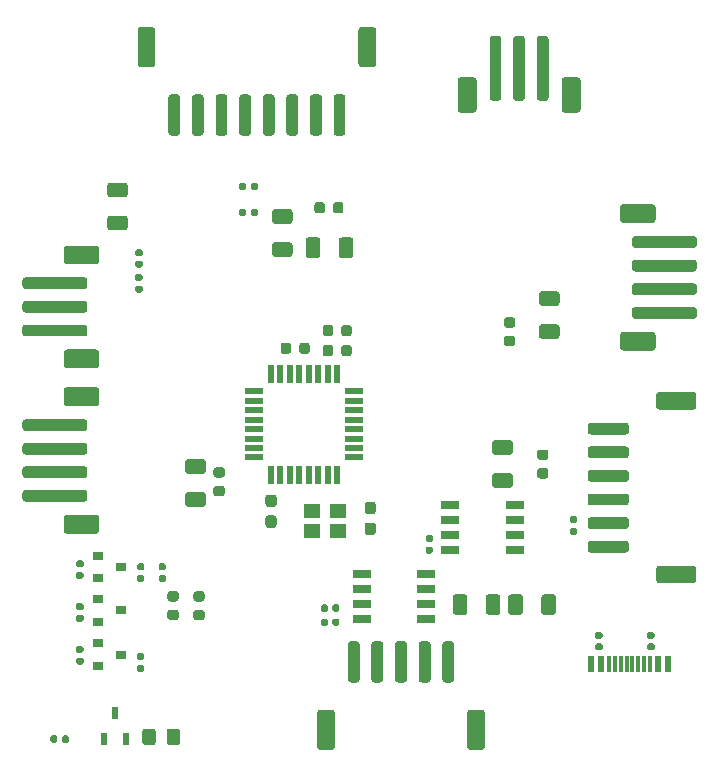
<source format=gbr>
G04 #@! TF.GenerationSoftware,KiCad,Pcbnew,(5.1.6)-1*
G04 #@! TF.CreationDate,2021-01-14T09:04:40+01:00*
G04 #@! TF.ProjectId,surface_mount_v4,73757266-6163-4655-9f6d-6f756e745f76,rev?*
G04 #@! TF.SameCoordinates,Original*
G04 #@! TF.FileFunction,Paste,Top*
G04 #@! TF.FilePolarity,Positive*
%FSLAX46Y46*%
G04 Gerber Fmt 4.6, Leading zero omitted, Abs format (unit mm)*
G04 Created by KiCad (PCBNEW (5.1.6)-1) date 2021-01-14 09:04:40*
%MOMM*%
%LPD*%
G01*
G04 APERTURE LIST*
%ADD10R,1.400000X1.200000*%
%ADD11R,0.600000X1.050000*%
%ADD12R,1.525000X0.700000*%
%ADD13R,0.600000X1.450000*%
%ADD14R,0.300000X1.450000*%
%ADD15R,0.900000X0.800000*%
%ADD16R,0.550000X1.600000*%
%ADD17R,1.600000X0.550000*%
G04 APERTURE END LIST*
D10*
X135550000Y-137760000D03*
X137750000Y-137760000D03*
X137750000Y-139460000D03*
X135550000Y-139460000D03*
D11*
X118850000Y-154910000D03*
X119800000Y-157110000D03*
X117900000Y-157110000D03*
D12*
X145162000Y-143105000D03*
X145162000Y-144375000D03*
X145162000Y-145645000D03*
X145162000Y-146915000D03*
X139738000Y-146915000D03*
X139738000Y-145645000D03*
X139738000Y-144375000D03*
X139738000Y-143105000D03*
X152662000Y-137295000D03*
X152662000Y-138565000D03*
X152662000Y-139835000D03*
X152662000Y-141105000D03*
X147238000Y-141105000D03*
X147238000Y-139835000D03*
X147238000Y-138565000D03*
X147238000Y-137295000D03*
G36*
G01*
X136600000Y-111853750D02*
X136600000Y-112366250D01*
G75*
G02*
X136381250Y-112585000I-218750J0D01*
G01*
X135943750Y-112585000D01*
G75*
G02*
X135725000Y-112366250I0J218750D01*
G01*
X135725000Y-111853750D01*
G75*
G02*
X135943750Y-111635000I218750J0D01*
G01*
X136381250Y-111635000D01*
G75*
G02*
X136600000Y-111853750I0J-218750D01*
G01*
G37*
G36*
G01*
X138175000Y-111853750D02*
X138175000Y-112366250D01*
G75*
G02*
X137956250Y-112585000I-218750J0D01*
G01*
X137518750Y-112585000D01*
G75*
G02*
X137300000Y-112366250I0J218750D01*
G01*
X137300000Y-111853750D01*
G75*
G02*
X137518750Y-111635000I218750J0D01*
G01*
X137956250Y-111635000D01*
G75*
G02*
X138175000Y-111853750I0J-218750D01*
G01*
G37*
G36*
G01*
X151993750Y-122960000D02*
X152506250Y-122960000D01*
G75*
G02*
X152725000Y-123178750I0J-218750D01*
G01*
X152725000Y-123616250D01*
G75*
G02*
X152506250Y-123835000I-218750J0D01*
G01*
X151993750Y-123835000D01*
G75*
G02*
X151775000Y-123616250I0J218750D01*
G01*
X151775000Y-123178750D01*
G75*
G02*
X151993750Y-122960000I218750J0D01*
G01*
G37*
G36*
G01*
X151993750Y-121385000D02*
X152506250Y-121385000D01*
G75*
G02*
X152725000Y-121603750I0J-218750D01*
G01*
X152725000Y-122041250D01*
G75*
G02*
X152506250Y-122260000I-218750J0D01*
G01*
X151993750Y-122260000D01*
G75*
G02*
X151775000Y-122041250I0J218750D01*
G01*
X151775000Y-121603750D01*
G75*
G02*
X151993750Y-121385000I218750J0D01*
G01*
G37*
G36*
G01*
X127906250Y-134960000D02*
X127393750Y-134960000D01*
G75*
G02*
X127175000Y-134741250I0J218750D01*
G01*
X127175000Y-134303750D01*
G75*
G02*
X127393750Y-134085000I218750J0D01*
G01*
X127906250Y-134085000D01*
G75*
G02*
X128125000Y-134303750I0J-218750D01*
G01*
X128125000Y-134741250D01*
G75*
G02*
X127906250Y-134960000I-218750J0D01*
G01*
G37*
G36*
G01*
X127906250Y-136535000D02*
X127393750Y-136535000D01*
G75*
G02*
X127175000Y-136316250I0J218750D01*
G01*
X127175000Y-135878750D01*
G75*
G02*
X127393750Y-135660000I218750J0D01*
G01*
X127906250Y-135660000D01*
G75*
G02*
X128125000Y-135878750I0J-218750D01*
G01*
X128125000Y-136316250D01*
G75*
G02*
X127906250Y-136535000I-218750J0D01*
G01*
G37*
G36*
G01*
X138000000Y-124466250D02*
X138000000Y-123953750D01*
G75*
G02*
X138218750Y-123735000I218750J0D01*
G01*
X138656250Y-123735000D01*
G75*
G02*
X138875000Y-123953750I0J-218750D01*
G01*
X138875000Y-124466250D01*
G75*
G02*
X138656250Y-124685000I-218750J0D01*
G01*
X138218750Y-124685000D01*
G75*
G02*
X138000000Y-124466250I0J218750D01*
G01*
G37*
G36*
G01*
X136425000Y-124466250D02*
X136425000Y-123953750D01*
G75*
G02*
X136643750Y-123735000I218750J0D01*
G01*
X137081250Y-123735000D01*
G75*
G02*
X137300000Y-123953750I0J-218750D01*
G01*
X137300000Y-124466250D01*
G75*
G02*
X137081250Y-124685000I-218750J0D01*
G01*
X136643750Y-124685000D01*
G75*
G02*
X136425000Y-124466250I0J218750D01*
G01*
G37*
G36*
G01*
X155306250Y-133460000D02*
X154793750Y-133460000D01*
G75*
G02*
X154575000Y-133241250I0J218750D01*
G01*
X154575000Y-132803750D01*
G75*
G02*
X154793750Y-132585000I218750J0D01*
G01*
X155306250Y-132585000D01*
G75*
G02*
X155525000Y-132803750I0J-218750D01*
G01*
X155525000Y-133241250D01*
G75*
G02*
X155306250Y-133460000I-218750J0D01*
G01*
G37*
G36*
G01*
X155306250Y-135035000D02*
X154793750Y-135035000D01*
G75*
G02*
X154575000Y-134816250I0J218750D01*
G01*
X154575000Y-134378750D01*
G75*
G02*
X154793750Y-134160000I218750J0D01*
G01*
X155306250Y-134160000D01*
G75*
G02*
X155525000Y-134378750I0J-218750D01*
G01*
X155525000Y-134816250D01*
G75*
G02*
X155306250Y-135035000I-218750J0D01*
G01*
G37*
G36*
G01*
X138000000Y-122766250D02*
X138000000Y-122253750D01*
G75*
G02*
X138218750Y-122035000I218750J0D01*
G01*
X138656250Y-122035000D01*
G75*
G02*
X138875000Y-122253750I0J-218750D01*
G01*
X138875000Y-122766250D01*
G75*
G02*
X138656250Y-122985000I-218750J0D01*
G01*
X138218750Y-122985000D01*
G75*
G02*
X138000000Y-122766250I0J218750D01*
G01*
G37*
G36*
G01*
X136425000Y-122766250D02*
X136425000Y-122253750D01*
G75*
G02*
X136643750Y-122035000I218750J0D01*
G01*
X137081250Y-122035000D01*
G75*
G02*
X137300000Y-122253750I0J-218750D01*
G01*
X137300000Y-122766250D01*
G75*
G02*
X137081250Y-122985000I-218750J0D01*
G01*
X136643750Y-122985000D01*
G75*
G02*
X136425000Y-122766250I0J218750D01*
G01*
G37*
G36*
G01*
X124006250Y-145450000D02*
X123493750Y-145450000D01*
G75*
G02*
X123275000Y-145231250I0J218750D01*
G01*
X123275000Y-144793750D01*
G75*
G02*
X123493750Y-144575000I218750J0D01*
G01*
X124006250Y-144575000D01*
G75*
G02*
X124225000Y-144793750I0J-218750D01*
G01*
X124225000Y-145231250D01*
G75*
G02*
X124006250Y-145450000I-218750J0D01*
G01*
G37*
G36*
G01*
X124006250Y-147025000D02*
X123493750Y-147025000D01*
G75*
G02*
X123275000Y-146806250I0J218750D01*
G01*
X123275000Y-146368750D01*
G75*
G02*
X123493750Y-146150000I218750J0D01*
G01*
X124006250Y-146150000D01*
G75*
G02*
X124225000Y-146368750I0J-218750D01*
G01*
X124225000Y-146806250D01*
G75*
G02*
X124006250Y-147025000I-218750J0D01*
G01*
G37*
G36*
G01*
X125693750Y-146160000D02*
X126206250Y-146160000D01*
G75*
G02*
X126425000Y-146378750I0J-218750D01*
G01*
X126425000Y-146816250D01*
G75*
G02*
X126206250Y-147035000I-218750J0D01*
G01*
X125693750Y-147035000D01*
G75*
G02*
X125475000Y-146816250I0J218750D01*
G01*
X125475000Y-146378750D01*
G75*
G02*
X125693750Y-146160000I218750J0D01*
G01*
G37*
G36*
G01*
X125693750Y-144585000D02*
X126206250Y-144585000D01*
G75*
G02*
X126425000Y-144803750I0J-218750D01*
G01*
X126425000Y-145241250D01*
G75*
G02*
X126206250Y-145460000I-218750J0D01*
G01*
X125693750Y-145460000D01*
G75*
G02*
X125475000Y-145241250I0J218750D01*
G01*
X125475000Y-144803750D01*
G75*
G02*
X125693750Y-144585000I218750J0D01*
G01*
G37*
G36*
G01*
X133741660Y-123753750D02*
X133741660Y-124266250D01*
G75*
G02*
X133522910Y-124485000I-218750J0D01*
G01*
X133085410Y-124485000D01*
G75*
G02*
X132866660Y-124266250I0J218750D01*
G01*
X132866660Y-123753750D01*
G75*
G02*
X133085410Y-123535000I218750J0D01*
G01*
X133522910Y-123535000D01*
G75*
G02*
X133741660Y-123753750I0J-218750D01*
G01*
G37*
G36*
G01*
X135316660Y-123753750D02*
X135316660Y-124266250D01*
G75*
G02*
X135097910Y-124485000I-218750J0D01*
G01*
X134660410Y-124485000D01*
G75*
G02*
X134441660Y-124266250I0J218750D01*
G01*
X134441660Y-123753750D01*
G75*
G02*
X134660410Y-123535000I218750J0D01*
G01*
X135097910Y-123535000D01*
G75*
G02*
X135316660Y-123753750I0J-218750D01*
G01*
G37*
G36*
G01*
X122300000Y-156459999D02*
X122300000Y-157360001D01*
G75*
G02*
X122050001Y-157610000I-249999J0D01*
G01*
X121399999Y-157610000D01*
G75*
G02*
X121150000Y-157360001I0J249999D01*
G01*
X121150000Y-156459999D01*
G75*
G02*
X121399999Y-156210000I249999J0D01*
G01*
X122050001Y-156210000D01*
G75*
G02*
X122300000Y-156459999I0J-249999D01*
G01*
G37*
G36*
G01*
X124350000Y-156459999D02*
X124350000Y-157360001D01*
G75*
G02*
X124100001Y-157610000I-249999J0D01*
G01*
X123449999Y-157610000D01*
G75*
G02*
X123200000Y-157360001I0J249999D01*
G01*
X123200000Y-156459999D01*
G75*
G02*
X123449999Y-156210000I249999J0D01*
G01*
X124100001Y-156210000D01*
G75*
G02*
X124350000Y-156459999I0J-249999D01*
G01*
G37*
D13*
X165625000Y-150715000D03*
X159175000Y-150715000D03*
X164850000Y-150715000D03*
X159950000Y-150715000D03*
D14*
X160650000Y-150715000D03*
X164150000Y-150715000D03*
X161150000Y-150715000D03*
X163650000Y-150715000D03*
X161650000Y-150715000D03*
X163150000Y-150715000D03*
X162650000Y-150715000D03*
X162150000Y-150715000D03*
G36*
G01*
X164027500Y-149000000D02*
X164372500Y-149000000D01*
G75*
G02*
X164520000Y-149147500I0J-147500D01*
G01*
X164520000Y-149442500D01*
G75*
G02*
X164372500Y-149590000I-147500J0D01*
G01*
X164027500Y-149590000D01*
G75*
G02*
X163880000Y-149442500I0J147500D01*
G01*
X163880000Y-149147500D01*
G75*
G02*
X164027500Y-149000000I147500J0D01*
G01*
G37*
G36*
G01*
X164027500Y-148030000D02*
X164372500Y-148030000D01*
G75*
G02*
X164520000Y-148177500I0J-147500D01*
G01*
X164520000Y-148472500D01*
G75*
G02*
X164372500Y-148620000I-147500J0D01*
G01*
X164027500Y-148620000D01*
G75*
G02*
X163880000Y-148472500I0J147500D01*
G01*
X163880000Y-148177500D01*
G75*
G02*
X164027500Y-148030000I147500J0D01*
G01*
G37*
G36*
G01*
X159972500Y-148620000D02*
X159627500Y-148620000D01*
G75*
G02*
X159480000Y-148472500I0J147500D01*
G01*
X159480000Y-148177500D01*
G75*
G02*
X159627500Y-148030000I147500J0D01*
G01*
X159972500Y-148030000D01*
G75*
G02*
X160120000Y-148177500I0J-147500D01*
G01*
X160120000Y-148472500D01*
G75*
G02*
X159972500Y-148620000I-147500J0D01*
G01*
G37*
G36*
G01*
X159972500Y-149590000D02*
X159627500Y-149590000D01*
G75*
G02*
X159480000Y-149442500I0J147500D01*
G01*
X159480000Y-149147500D01*
G75*
G02*
X159627500Y-149000000I147500J0D01*
G01*
X159972500Y-149000000D01*
G75*
G02*
X160120000Y-149147500I0J-147500D01*
G01*
X160120000Y-149442500D01*
G75*
G02*
X159972500Y-149590000I-147500J0D01*
G01*
G37*
G36*
G01*
X149450000Y-101310000D02*
X149450000Y-103810000D01*
G75*
G02*
X149200000Y-104060000I-250000J0D01*
G01*
X148100000Y-104060000D01*
G75*
G02*
X147850000Y-103810000I0J250000D01*
G01*
X147850000Y-101310000D01*
G75*
G02*
X148100000Y-101060000I250000J0D01*
G01*
X149200000Y-101060000D01*
G75*
G02*
X149450000Y-101310000I0J-250000D01*
G01*
G37*
G36*
G01*
X158250000Y-101310000D02*
X158250000Y-103810000D01*
G75*
G02*
X158000000Y-104060000I-250000J0D01*
G01*
X156900000Y-104060000D01*
G75*
G02*
X156650000Y-103810000I0J250000D01*
G01*
X156650000Y-101310000D01*
G75*
G02*
X156900000Y-101060000I250000J0D01*
G01*
X158000000Y-101060000D01*
G75*
G02*
X158250000Y-101310000I0J-250000D01*
G01*
G37*
G36*
G01*
X151550000Y-97810000D02*
X151550000Y-102810000D01*
G75*
G02*
X151300000Y-103060000I-250000J0D01*
G01*
X150800000Y-103060000D01*
G75*
G02*
X150550000Y-102810000I0J250000D01*
G01*
X150550000Y-97810000D01*
G75*
G02*
X150800000Y-97560000I250000J0D01*
G01*
X151300000Y-97560000D01*
G75*
G02*
X151550000Y-97810000I0J-250000D01*
G01*
G37*
G36*
G01*
X153550000Y-97810000D02*
X153550000Y-102810000D01*
G75*
G02*
X153300000Y-103060000I-250000J0D01*
G01*
X152800000Y-103060000D01*
G75*
G02*
X152550000Y-102810000I0J250000D01*
G01*
X152550000Y-97810000D01*
G75*
G02*
X152800000Y-97560000I250000J0D01*
G01*
X153300000Y-97560000D01*
G75*
G02*
X153550000Y-97810000I0J-250000D01*
G01*
G37*
G36*
G01*
X155550000Y-97810000D02*
X155550000Y-102810000D01*
G75*
G02*
X155300000Y-103060000I-250000J0D01*
G01*
X154800000Y-103060000D01*
G75*
G02*
X154550000Y-102810000I0J250000D01*
G01*
X154550000Y-97810000D01*
G75*
G02*
X154800000Y-97560000I250000J0D01*
G01*
X155300000Y-97560000D01*
G75*
G02*
X155550000Y-97810000I0J-250000D01*
G01*
G37*
G36*
G01*
X113960000Y-156937500D02*
X113960000Y-157282500D01*
G75*
G02*
X113812500Y-157430000I-147500J0D01*
G01*
X113517500Y-157430000D01*
G75*
G02*
X113370000Y-157282500I0J147500D01*
G01*
X113370000Y-156937500D01*
G75*
G02*
X113517500Y-156790000I147500J0D01*
G01*
X113812500Y-156790000D01*
G75*
G02*
X113960000Y-156937500I0J-147500D01*
G01*
G37*
G36*
G01*
X114930000Y-156937500D02*
X114930000Y-157282500D01*
G75*
G02*
X114782500Y-157430000I-147500J0D01*
G01*
X114487500Y-157430000D01*
G75*
G02*
X114340000Y-157282500I0J147500D01*
G01*
X114340000Y-156937500D01*
G75*
G02*
X114487500Y-156790000I147500J0D01*
G01*
X114782500Y-156790000D01*
G75*
G02*
X114930000Y-156937500I0J-147500D01*
G01*
G37*
G36*
G01*
X114750000Y-124110000D02*
X117250000Y-124110000D01*
G75*
G02*
X117500000Y-124360000I0J-250000D01*
G01*
X117500000Y-125460000D01*
G75*
G02*
X117250000Y-125710000I-250000J0D01*
G01*
X114750000Y-125710000D01*
G75*
G02*
X114500000Y-125460000I0J250000D01*
G01*
X114500000Y-124360000D01*
G75*
G02*
X114750000Y-124110000I250000J0D01*
G01*
G37*
G36*
G01*
X114750000Y-115310000D02*
X117250000Y-115310000D01*
G75*
G02*
X117500000Y-115560000I0J-250000D01*
G01*
X117500000Y-116660000D01*
G75*
G02*
X117250000Y-116910000I-250000J0D01*
G01*
X114750000Y-116910000D01*
G75*
G02*
X114500000Y-116660000I0J250000D01*
G01*
X114500000Y-115560000D01*
G75*
G02*
X114750000Y-115310000I250000J0D01*
G01*
G37*
G36*
G01*
X111250000Y-122010000D02*
X116250000Y-122010000D01*
G75*
G02*
X116500000Y-122260000I0J-250000D01*
G01*
X116500000Y-122760000D01*
G75*
G02*
X116250000Y-123010000I-250000J0D01*
G01*
X111250000Y-123010000D01*
G75*
G02*
X111000000Y-122760000I0J250000D01*
G01*
X111000000Y-122260000D01*
G75*
G02*
X111250000Y-122010000I250000J0D01*
G01*
G37*
G36*
G01*
X111250000Y-120010000D02*
X116250000Y-120010000D01*
G75*
G02*
X116500000Y-120260000I0J-250000D01*
G01*
X116500000Y-120760000D01*
G75*
G02*
X116250000Y-121010000I-250000J0D01*
G01*
X111250000Y-121010000D01*
G75*
G02*
X111000000Y-120760000I0J250000D01*
G01*
X111000000Y-120260000D01*
G75*
G02*
X111250000Y-120010000I250000J0D01*
G01*
G37*
G36*
G01*
X111250000Y-118010000D02*
X116250000Y-118010000D01*
G75*
G02*
X116500000Y-118260000I0J-250000D01*
G01*
X116500000Y-118760000D01*
G75*
G02*
X116250000Y-119010000I-250000J0D01*
G01*
X111250000Y-119010000D01*
G75*
G02*
X111000000Y-118760000I0J250000D01*
G01*
X111000000Y-118260000D01*
G75*
G02*
X111250000Y-118010000I250000J0D01*
G01*
G37*
G36*
G01*
X157477500Y-139200000D02*
X157822500Y-139200000D01*
G75*
G02*
X157970000Y-139347500I0J-147500D01*
G01*
X157970000Y-139642500D01*
G75*
G02*
X157822500Y-139790000I-147500J0D01*
G01*
X157477500Y-139790000D01*
G75*
G02*
X157330000Y-139642500I0J147500D01*
G01*
X157330000Y-139347500D01*
G75*
G02*
X157477500Y-139200000I147500J0D01*
G01*
G37*
G36*
G01*
X157477500Y-138230000D02*
X157822500Y-138230000D01*
G75*
G02*
X157970000Y-138377500I0J-147500D01*
G01*
X157970000Y-138672500D01*
G75*
G02*
X157822500Y-138820000I-147500J0D01*
G01*
X157477500Y-138820000D01*
G75*
G02*
X157330000Y-138672500I0J147500D01*
G01*
X157330000Y-138377500D01*
G75*
G02*
X157477500Y-138230000I147500J0D01*
G01*
G37*
G36*
G01*
X137240000Y-147382500D02*
X137240000Y-147037500D01*
G75*
G02*
X137387500Y-146890000I147500J0D01*
G01*
X137682500Y-146890000D01*
G75*
G02*
X137830000Y-147037500I0J-147500D01*
G01*
X137830000Y-147382500D01*
G75*
G02*
X137682500Y-147530000I-147500J0D01*
G01*
X137387500Y-147530000D01*
G75*
G02*
X137240000Y-147382500I0J147500D01*
G01*
G37*
G36*
G01*
X136270000Y-147382500D02*
X136270000Y-147037500D01*
G75*
G02*
X136417500Y-146890000I147500J0D01*
G01*
X136712500Y-146890000D01*
G75*
G02*
X136860000Y-147037500I0J-147500D01*
G01*
X136860000Y-147382500D01*
G75*
G02*
X136712500Y-147530000I-147500J0D01*
G01*
X136417500Y-147530000D01*
G75*
G02*
X136270000Y-147382500I0J147500D01*
G01*
G37*
G36*
G01*
X122250000Y-97060000D02*
X122250000Y-99960000D01*
G75*
G02*
X122000000Y-100210000I-250000J0D01*
G01*
X121000000Y-100210000D01*
G75*
G02*
X120750000Y-99960000I0J250000D01*
G01*
X120750000Y-97060000D01*
G75*
G02*
X121000000Y-96810000I250000J0D01*
G01*
X122000000Y-96810000D01*
G75*
G02*
X122250000Y-97060000I0J-250000D01*
G01*
G37*
G36*
G01*
X140950000Y-97060000D02*
X140950000Y-99960000D01*
G75*
G02*
X140700000Y-100210000I-250000J0D01*
G01*
X139700000Y-100210000D01*
G75*
G02*
X139450000Y-99960000I0J250000D01*
G01*
X139450000Y-97060000D01*
G75*
G02*
X139700000Y-96810000I250000J0D01*
G01*
X140700000Y-96810000D01*
G75*
G02*
X140950000Y-97060000I0J-250000D01*
G01*
G37*
G36*
G01*
X124350000Y-102760000D02*
X124350000Y-105760000D01*
G75*
G02*
X124100000Y-106010000I-250000J0D01*
G01*
X123600000Y-106010000D01*
G75*
G02*
X123350000Y-105760000I0J250000D01*
G01*
X123350000Y-102760000D01*
G75*
G02*
X123600000Y-102510000I250000J0D01*
G01*
X124100000Y-102510000D01*
G75*
G02*
X124350000Y-102760000I0J-250000D01*
G01*
G37*
G36*
G01*
X126350000Y-102760000D02*
X126350000Y-105760000D01*
G75*
G02*
X126100000Y-106010000I-250000J0D01*
G01*
X125600000Y-106010000D01*
G75*
G02*
X125350000Y-105760000I0J250000D01*
G01*
X125350000Y-102760000D01*
G75*
G02*
X125600000Y-102510000I250000J0D01*
G01*
X126100000Y-102510000D01*
G75*
G02*
X126350000Y-102760000I0J-250000D01*
G01*
G37*
G36*
G01*
X128350000Y-102760000D02*
X128350000Y-105760000D01*
G75*
G02*
X128100000Y-106010000I-250000J0D01*
G01*
X127600000Y-106010000D01*
G75*
G02*
X127350000Y-105760000I0J250000D01*
G01*
X127350000Y-102760000D01*
G75*
G02*
X127600000Y-102510000I250000J0D01*
G01*
X128100000Y-102510000D01*
G75*
G02*
X128350000Y-102760000I0J-250000D01*
G01*
G37*
G36*
G01*
X130350000Y-102760000D02*
X130350000Y-105760000D01*
G75*
G02*
X130100000Y-106010000I-250000J0D01*
G01*
X129600000Y-106010000D01*
G75*
G02*
X129350000Y-105760000I0J250000D01*
G01*
X129350000Y-102760000D01*
G75*
G02*
X129600000Y-102510000I250000J0D01*
G01*
X130100000Y-102510000D01*
G75*
G02*
X130350000Y-102760000I0J-250000D01*
G01*
G37*
G36*
G01*
X132350000Y-102760000D02*
X132350000Y-105760000D01*
G75*
G02*
X132100000Y-106010000I-250000J0D01*
G01*
X131600000Y-106010000D01*
G75*
G02*
X131350000Y-105760000I0J250000D01*
G01*
X131350000Y-102760000D01*
G75*
G02*
X131600000Y-102510000I250000J0D01*
G01*
X132100000Y-102510000D01*
G75*
G02*
X132350000Y-102760000I0J-250000D01*
G01*
G37*
G36*
G01*
X134350000Y-102760000D02*
X134350000Y-105760000D01*
G75*
G02*
X134100000Y-106010000I-250000J0D01*
G01*
X133600000Y-106010000D01*
G75*
G02*
X133350000Y-105760000I0J250000D01*
G01*
X133350000Y-102760000D01*
G75*
G02*
X133600000Y-102510000I250000J0D01*
G01*
X134100000Y-102510000D01*
G75*
G02*
X134350000Y-102760000I0J-250000D01*
G01*
G37*
G36*
G01*
X136350000Y-102760000D02*
X136350000Y-105760000D01*
G75*
G02*
X136100000Y-106010000I-250000J0D01*
G01*
X135600000Y-106010000D01*
G75*
G02*
X135350000Y-105760000I0J250000D01*
G01*
X135350000Y-102760000D01*
G75*
G02*
X135600000Y-102510000I250000J0D01*
G01*
X136100000Y-102510000D01*
G75*
G02*
X136350000Y-102760000I0J-250000D01*
G01*
G37*
G36*
G01*
X138350000Y-102760000D02*
X138350000Y-105760000D01*
G75*
G02*
X138100000Y-106010000I-250000J0D01*
G01*
X137600000Y-106010000D01*
G75*
G02*
X137350000Y-105760000I0J250000D01*
G01*
X137350000Y-102760000D01*
G75*
G02*
X137600000Y-102510000I250000J0D01*
G01*
X138100000Y-102510000D01*
G75*
G02*
X138350000Y-102760000I0J-250000D01*
G01*
G37*
G36*
G01*
X136225000Y-114875000D02*
X136225000Y-116125000D01*
G75*
G02*
X135975000Y-116375000I-250000J0D01*
G01*
X135225000Y-116375000D01*
G75*
G02*
X134975000Y-116125000I0J250000D01*
G01*
X134975000Y-114875000D01*
G75*
G02*
X135225000Y-114625000I250000J0D01*
G01*
X135975000Y-114625000D01*
G75*
G02*
X136225000Y-114875000I0J-250000D01*
G01*
G37*
G36*
G01*
X139025000Y-114875000D02*
X139025000Y-116125000D01*
G75*
G02*
X138775000Y-116375000I-250000J0D01*
G01*
X138025000Y-116375000D01*
G75*
G02*
X137775000Y-116125000I0J250000D01*
G01*
X137775000Y-114875000D01*
G75*
G02*
X138025000Y-114625000I250000J0D01*
G01*
X138775000Y-114625000D01*
G75*
G02*
X139025000Y-114875000I0J-250000D01*
G01*
G37*
G36*
G01*
X154925000Y-146335000D02*
X154925000Y-145085000D01*
G75*
G02*
X155175000Y-144835000I250000J0D01*
G01*
X155925000Y-144835000D01*
G75*
G02*
X156175000Y-145085000I0J-250000D01*
G01*
X156175000Y-146335000D01*
G75*
G02*
X155925000Y-146585000I-250000J0D01*
G01*
X155175000Y-146585000D01*
G75*
G02*
X154925000Y-146335000I0J250000D01*
G01*
G37*
G36*
G01*
X152125000Y-146335000D02*
X152125000Y-145085000D01*
G75*
G02*
X152375000Y-144835000I250000J0D01*
G01*
X153125000Y-144835000D01*
G75*
G02*
X153375000Y-145085000I0J-250000D01*
G01*
X153375000Y-146335000D01*
G75*
G02*
X153125000Y-146585000I-250000J0D01*
G01*
X152375000Y-146585000D01*
G75*
G02*
X152125000Y-146335000I0J250000D01*
G01*
G37*
G36*
G01*
X132375000Y-115025000D02*
X133625000Y-115025000D01*
G75*
G02*
X133875000Y-115275000I0J-250000D01*
G01*
X133875000Y-116025000D01*
G75*
G02*
X133625000Y-116275000I-250000J0D01*
G01*
X132375000Y-116275000D01*
G75*
G02*
X132125000Y-116025000I0J250000D01*
G01*
X132125000Y-115275000D01*
G75*
G02*
X132375000Y-115025000I250000J0D01*
G01*
G37*
G36*
G01*
X132375000Y-112225000D02*
X133625000Y-112225000D01*
G75*
G02*
X133875000Y-112475000I0J-250000D01*
G01*
X133875000Y-113225000D01*
G75*
G02*
X133625000Y-113475000I-250000J0D01*
G01*
X132375000Y-113475000D01*
G75*
G02*
X132125000Y-113225000I0J250000D01*
G01*
X132125000Y-112475000D01*
G75*
G02*
X132375000Y-112225000I250000J0D01*
G01*
G37*
G36*
G01*
X156225000Y-120425000D02*
X154975000Y-120425000D01*
G75*
G02*
X154725000Y-120175000I0J250000D01*
G01*
X154725000Y-119425000D01*
G75*
G02*
X154975000Y-119175000I250000J0D01*
G01*
X156225000Y-119175000D01*
G75*
G02*
X156475000Y-119425000I0J-250000D01*
G01*
X156475000Y-120175000D01*
G75*
G02*
X156225000Y-120425000I-250000J0D01*
G01*
G37*
G36*
G01*
X156225000Y-123225000D02*
X154975000Y-123225000D01*
G75*
G02*
X154725000Y-122975000I0J250000D01*
G01*
X154725000Y-122225000D01*
G75*
G02*
X154975000Y-121975000I250000J0D01*
G01*
X156225000Y-121975000D01*
G75*
G02*
X156475000Y-122225000I0J-250000D01*
G01*
X156475000Y-122975000D01*
G75*
G02*
X156225000Y-123225000I-250000J0D01*
G01*
G37*
G36*
G01*
X152275000Y-133035000D02*
X151025000Y-133035000D01*
G75*
G02*
X150775000Y-132785000I0J250000D01*
G01*
X150775000Y-132035000D01*
G75*
G02*
X151025000Y-131785000I250000J0D01*
G01*
X152275000Y-131785000D01*
G75*
G02*
X152525000Y-132035000I0J-250000D01*
G01*
X152525000Y-132785000D01*
G75*
G02*
X152275000Y-133035000I-250000J0D01*
G01*
G37*
G36*
G01*
X152275000Y-135835000D02*
X151025000Y-135835000D01*
G75*
G02*
X150775000Y-135585000I0J250000D01*
G01*
X150775000Y-134835000D01*
G75*
G02*
X151025000Y-134585000I250000J0D01*
G01*
X152275000Y-134585000D01*
G75*
G02*
X152525000Y-134835000I0J-250000D01*
G01*
X152525000Y-135585000D01*
G75*
G02*
X152275000Y-135835000I-250000J0D01*
G01*
G37*
G36*
G01*
X150225000Y-146335000D02*
X150225000Y-145085000D01*
G75*
G02*
X150475000Y-144835000I250000J0D01*
G01*
X151225000Y-144835000D01*
G75*
G02*
X151475000Y-145085000I0J-250000D01*
G01*
X151475000Y-146335000D01*
G75*
G02*
X151225000Y-146585000I-250000J0D01*
G01*
X150475000Y-146585000D01*
G75*
G02*
X150225000Y-146335000I0J250000D01*
G01*
G37*
G36*
G01*
X147425000Y-146335000D02*
X147425000Y-145085000D01*
G75*
G02*
X147675000Y-144835000I250000J0D01*
G01*
X148425000Y-144835000D01*
G75*
G02*
X148675000Y-145085000I0J-250000D01*
G01*
X148675000Y-146335000D01*
G75*
G02*
X148425000Y-146585000I-250000J0D01*
G01*
X147675000Y-146585000D01*
G75*
G02*
X147425000Y-146335000I0J250000D01*
G01*
G37*
G36*
G01*
X119675000Y-111235000D02*
X118425000Y-111235000D01*
G75*
G02*
X118175000Y-110985000I0J250000D01*
G01*
X118175000Y-110235000D01*
G75*
G02*
X118425000Y-109985000I250000J0D01*
G01*
X119675000Y-109985000D01*
G75*
G02*
X119925000Y-110235000I0J-250000D01*
G01*
X119925000Y-110985000D01*
G75*
G02*
X119675000Y-111235000I-250000J0D01*
G01*
G37*
G36*
G01*
X119675000Y-114035000D02*
X118425000Y-114035000D01*
G75*
G02*
X118175000Y-113785000I0J250000D01*
G01*
X118175000Y-113035000D01*
G75*
G02*
X118425000Y-112785000I250000J0D01*
G01*
X119675000Y-112785000D01*
G75*
G02*
X119925000Y-113035000I0J-250000D01*
G01*
X119925000Y-113785000D01*
G75*
G02*
X119675000Y-114035000I-250000J0D01*
G01*
G37*
G36*
G01*
X126275000Y-134635000D02*
X125025000Y-134635000D01*
G75*
G02*
X124775000Y-134385000I0J250000D01*
G01*
X124775000Y-133635000D01*
G75*
G02*
X125025000Y-133385000I250000J0D01*
G01*
X126275000Y-133385000D01*
G75*
G02*
X126525000Y-133635000I0J-250000D01*
G01*
X126525000Y-134385000D01*
G75*
G02*
X126275000Y-134635000I-250000J0D01*
G01*
G37*
G36*
G01*
X126275000Y-137435000D02*
X125025000Y-137435000D01*
G75*
G02*
X124775000Y-137185000I0J250000D01*
G01*
X124775000Y-136435000D01*
G75*
G02*
X125025000Y-136185000I250000J0D01*
G01*
X126275000Y-136185000D01*
G75*
G02*
X126525000Y-136435000I0J-250000D01*
G01*
X126525000Y-137185000D01*
G75*
G02*
X126275000Y-137435000I-250000J0D01*
G01*
G37*
G36*
G01*
X121022500Y-118320000D02*
X120677500Y-118320000D01*
G75*
G02*
X120530000Y-118172500I0J147500D01*
G01*
X120530000Y-117877500D01*
G75*
G02*
X120677500Y-117730000I147500J0D01*
G01*
X121022500Y-117730000D01*
G75*
G02*
X121170000Y-117877500I0J-147500D01*
G01*
X121170000Y-118172500D01*
G75*
G02*
X121022500Y-118320000I-147500J0D01*
G01*
G37*
G36*
G01*
X121022500Y-119290000D02*
X120677500Y-119290000D01*
G75*
G02*
X120530000Y-119142500I0J147500D01*
G01*
X120530000Y-118847500D01*
G75*
G02*
X120677500Y-118700000I147500J0D01*
G01*
X121022500Y-118700000D01*
G75*
G02*
X121170000Y-118847500I0J-147500D01*
G01*
X121170000Y-119142500D01*
G75*
G02*
X121022500Y-119290000I-147500J0D01*
G01*
G37*
G36*
G01*
X121022500Y-116220000D02*
X120677500Y-116220000D01*
G75*
G02*
X120530000Y-116072500I0J147500D01*
G01*
X120530000Y-115777500D01*
G75*
G02*
X120677500Y-115630000I147500J0D01*
G01*
X121022500Y-115630000D01*
G75*
G02*
X121170000Y-115777500I0J-147500D01*
G01*
X121170000Y-116072500D01*
G75*
G02*
X121022500Y-116220000I-147500J0D01*
G01*
G37*
G36*
G01*
X121022500Y-117190000D02*
X120677500Y-117190000D01*
G75*
G02*
X120530000Y-117042500I0J147500D01*
G01*
X120530000Y-116747500D01*
G75*
G02*
X120677500Y-116600000I147500J0D01*
G01*
X121022500Y-116600000D01*
G75*
G02*
X121170000Y-116747500I0J-147500D01*
G01*
X121170000Y-117042500D01*
G75*
G02*
X121022500Y-117190000I-147500J0D01*
G01*
G37*
G36*
G01*
X129960000Y-110137500D02*
X129960000Y-110482500D01*
G75*
G02*
X129812500Y-110630000I-147500J0D01*
G01*
X129517500Y-110630000D01*
G75*
G02*
X129370000Y-110482500I0J147500D01*
G01*
X129370000Y-110137500D01*
G75*
G02*
X129517500Y-109990000I147500J0D01*
G01*
X129812500Y-109990000D01*
G75*
G02*
X129960000Y-110137500I0J-147500D01*
G01*
G37*
G36*
G01*
X130930000Y-110137500D02*
X130930000Y-110482500D01*
G75*
G02*
X130782500Y-110630000I-147500J0D01*
G01*
X130487500Y-110630000D01*
G75*
G02*
X130340000Y-110482500I0J147500D01*
G01*
X130340000Y-110137500D01*
G75*
G02*
X130487500Y-109990000I147500J0D01*
G01*
X130782500Y-109990000D01*
G75*
G02*
X130930000Y-110137500I0J-147500D01*
G01*
G37*
G36*
G01*
X129960000Y-112337500D02*
X129960000Y-112682500D01*
G75*
G02*
X129812500Y-112830000I-147500J0D01*
G01*
X129517500Y-112830000D01*
G75*
G02*
X129370000Y-112682500I0J147500D01*
G01*
X129370000Y-112337500D01*
G75*
G02*
X129517500Y-112190000I147500J0D01*
G01*
X129812500Y-112190000D01*
G75*
G02*
X129960000Y-112337500I0J-147500D01*
G01*
G37*
G36*
G01*
X130930000Y-112337500D02*
X130930000Y-112682500D01*
G75*
G02*
X130782500Y-112830000I-147500J0D01*
G01*
X130487500Y-112830000D01*
G75*
G02*
X130340000Y-112682500I0J147500D01*
G01*
X130340000Y-112337500D01*
G75*
G02*
X130487500Y-112190000I147500J0D01*
G01*
X130782500Y-112190000D01*
G75*
G02*
X130930000Y-112337500I0J-147500D01*
G01*
G37*
G36*
G01*
X123022500Y-142820000D02*
X122677500Y-142820000D01*
G75*
G02*
X122530000Y-142672500I0J147500D01*
G01*
X122530000Y-142377500D01*
G75*
G02*
X122677500Y-142230000I147500J0D01*
G01*
X123022500Y-142230000D01*
G75*
G02*
X123170000Y-142377500I0J-147500D01*
G01*
X123170000Y-142672500D01*
G75*
G02*
X123022500Y-142820000I-147500J0D01*
G01*
G37*
G36*
G01*
X123022500Y-143790000D02*
X122677500Y-143790000D01*
G75*
G02*
X122530000Y-143642500I0J147500D01*
G01*
X122530000Y-143347500D01*
G75*
G02*
X122677500Y-143200000I147500J0D01*
G01*
X123022500Y-143200000D01*
G75*
G02*
X123170000Y-143347500I0J-147500D01*
G01*
X123170000Y-143642500D01*
G75*
G02*
X123022500Y-143790000I-147500J0D01*
G01*
G37*
G36*
G01*
X115677500Y-146570000D02*
X116022500Y-146570000D01*
G75*
G02*
X116170000Y-146717500I0J-147500D01*
G01*
X116170000Y-147012500D01*
G75*
G02*
X116022500Y-147160000I-147500J0D01*
G01*
X115677500Y-147160000D01*
G75*
G02*
X115530000Y-147012500I0J147500D01*
G01*
X115530000Y-146717500D01*
G75*
G02*
X115677500Y-146570000I147500J0D01*
G01*
G37*
G36*
G01*
X115677500Y-145600000D02*
X116022500Y-145600000D01*
G75*
G02*
X116170000Y-145747500I0J-147500D01*
G01*
X116170000Y-146042500D01*
G75*
G02*
X116022500Y-146190000I-147500J0D01*
G01*
X115677500Y-146190000D01*
G75*
G02*
X115530000Y-146042500I0J147500D01*
G01*
X115530000Y-145747500D01*
G75*
G02*
X115677500Y-145600000I147500J0D01*
G01*
G37*
G36*
G01*
X121172500Y-150420000D02*
X120827500Y-150420000D01*
G75*
G02*
X120680000Y-150272500I0J147500D01*
G01*
X120680000Y-149977500D01*
G75*
G02*
X120827500Y-149830000I147500J0D01*
G01*
X121172500Y-149830000D01*
G75*
G02*
X121320000Y-149977500I0J-147500D01*
G01*
X121320000Y-150272500D01*
G75*
G02*
X121172500Y-150420000I-147500J0D01*
G01*
G37*
G36*
G01*
X121172500Y-151390000D02*
X120827500Y-151390000D01*
G75*
G02*
X120680000Y-151242500I0J147500D01*
G01*
X120680000Y-150947500D01*
G75*
G02*
X120827500Y-150800000I147500J0D01*
G01*
X121172500Y-150800000D01*
G75*
G02*
X121320000Y-150947500I0J-147500D01*
G01*
X121320000Y-151242500D01*
G75*
G02*
X121172500Y-151390000I-147500J0D01*
G01*
G37*
G36*
G01*
X115677500Y-150200000D02*
X116022500Y-150200000D01*
G75*
G02*
X116170000Y-150347500I0J-147500D01*
G01*
X116170000Y-150642500D01*
G75*
G02*
X116022500Y-150790000I-147500J0D01*
G01*
X115677500Y-150790000D01*
G75*
G02*
X115530000Y-150642500I0J147500D01*
G01*
X115530000Y-150347500D01*
G75*
G02*
X115677500Y-150200000I147500J0D01*
G01*
G37*
G36*
G01*
X115677500Y-149230000D02*
X116022500Y-149230000D01*
G75*
G02*
X116170000Y-149377500I0J-147500D01*
G01*
X116170000Y-149672500D01*
G75*
G02*
X116022500Y-149820000I-147500J0D01*
G01*
X115677500Y-149820000D01*
G75*
G02*
X115530000Y-149672500I0J147500D01*
G01*
X115530000Y-149377500D01*
G75*
G02*
X115677500Y-149230000I147500J0D01*
G01*
G37*
G36*
G01*
X121172500Y-142820000D02*
X120827500Y-142820000D01*
G75*
G02*
X120680000Y-142672500I0J147500D01*
G01*
X120680000Y-142377500D01*
G75*
G02*
X120827500Y-142230000I147500J0D01*
G01*
X121172500Y-142230000D01*
G75*
G02*
X121320000Y-142377500I0J-147500D01*
G01*
X121320000Y-142672500D01*
G75*
G02*
X121172500Y-142820000I-147500J0D01*
G01*
G37*
G36*
G01*
X121172500Y-143790000D02*
X120827500Y-143790000D01*
G75*
G02*
X120680000Y-143642500I0J147500D01*
G01*
X120680000Y-143347500D01*
G75*
G02*
X120827500Y-143200000I147500J0D01*
G01*
X121172500Y-143200000D01*
G75*
G02*
X121320000Y-143347500I0J-147500D01*
G01*
X121320000Y-143642500D01*
G75*
G02*
X121172500Y-143790000I-147500J0D01*
G01*
G37*
G36*
G01*
X115677500Y-142940000D02*
X116022500Y-142940000D01*
G75*
G02*
X116170000Y-143087500I0J-147500D01*
G01*
X116170000Y-143382500D01*
G75*
G02*
X116022500Y-143530000I-147500J0D01*
G01*
X115677500Y-143530000D01*
G75*
G02*
X115530000Y-143382500I0J147500D01*
G01*
X115530000Y-143087500D01*
G75*
G02*
X115677500Y-142940000I147500J0D01*
G01*
G37*
G36*
G01*
X115677500Y-141970000D02*
X116022500Y-141970000D01*
G75*
G02*
X116170000Y-142117500I0J-147500D01*
G01*
X116170000Y-142412500D01*
G75*
G02*
X116022500Y-142560000I-147500J0D01*
G01*
X115677500Y-142560000D01*
G75*
G02*
X115530000Y-142412500I0J147500D01*
G01*
X115530000Y-142117500D01*
G75*
G02*
X115677500Y-141970000I147500J0D01*
G01*
G37*
G36*
G01*
X137240000Y-146182500D02*
X137240000Y-145837500D01*
G75*
G02*
X137387500Y-145690000I147500J0D01*
G01*
X137682500Y-145690000D01*
G75*
G02*
X137830000Y-145837500I0J-147500D01*
G01*
X137830000Y-146182500D01*
G75*
G02*
X137682500Y-146330000I-147500J0D01*
G01*
X137387500Y-146330000D01*
G75*
G02*
X137240000Y-146182500I0J147500D01*
G01*
G37*
G36*
G01*
X136270000Y-146182500D02*
X136270000Y-145837500D01*
G75*
G02*
X136417500Y-145690000I147500J0D01*
G01*
X136712500Y-145690000D01*
G75*
G02*
X136860000Y-145837500I0J-147500D01*
G01*
X136860000Y-146182500D01*
G75*
G02*
X136712500Y-146330000I-147500J0D01*
G01*
X136417500Y-146330000D01*
G75*
G02*
X136270000Y-146182500I0J147500D01*
G01*
G37*
G36*
G01*
X145277500Y-140800000D02*
X145622500Y-140800000D01*
G75*
G02*
X145770000Y-140947500I0J-147500D01*
G01*
X145770000Y-141242500D01*
G75*
G02*
X145622500Y-141390000I-147500J0D01*
G01*
X145277500Y-141390000D01*
G75*
G02*
X145130000Y-141242500I0J147500D01*
G01*
X145130000Y-140947500D01*
G75*
G02*
X145277500Y-140800000I147500J0D01*
G01*
G37*
G36*
G01*
X145277500Y-139830000D02*
X145622500Y-139830000D01*
G75*
G02*
X145770000Y-139977500I0J-147500D01*
G01*
X145770000Y-140272500D01*
G75*
G02*
X145622500Y-140420000I-147500J0D01*
G01*
X145277500Y-140420000D01*
G75*
G02*
X145130000Y-140272500I0J147500D01*
G01*
X145130000Y-139977500D01*
G75*
G02*
X145277500Y-139830000I147500J0D01*
G01*
G37*
D15*
X119359640Y-146210000D03*
X117359640Y-147160000D03*
X117359640Y-145260000D03*
G36*
G01*
X114750000Y-138110000D02*
X117250000Y-138110000D01*
G75*
G02*
X117500000Y-138360000I0J-250000D01*
G01*
X117500000Y-139460000D01*
G75*
G02*
X117250000Y-139710000I-250000J0D01*
G01*
X114750000Y-139710000D01*
G75*
G02*
X114500000Y-139460000I0J250000D01*
G01*
X114500000Y-138360000D01*
G75*
G02*
X114750000Y-138110000I250000J0D01*
G01*
G37*
G36*
G01*
X114750000Y-127310000D02*
X117250000Y-127310000D01*
G75*
G02*
X117500000Y-127560000I0J-250000D01*
G01*
X117500000Y-128660000D01*
G75*
G02*
X117250000Y-128910000I-250000J0D01*
G01*
X114750000Y-128910000D01*
G75*
G02*
X114500000Y-128660000I0J250000D01*
G01*
X114500000Y-127560000D01*
G75*
G02*
X114750000Y-127310000I250000J0D01*
G01*
G37*
G36*
G01*
X111250000Y-136010000D02*
X116250000Y-136010000D01*
G75*
G02*
X116500000Y-136260000I0J-250000D01*
G01*
X116500000Y-136760000D01*
G75*
G02*
X116250000Y-137010000I-250000J0D01*
G01*
X111250000Y-137010000D01*
G75*
G02*
X111000000Y-136760000I0J250000D01*
G01*
X111000000Y-136260000D01*
G75*
G02*
X111250000Y-136010000I250000J0D01*
G01*
G37*
G36*
G01*
X111250000Y-134010000D02*
X116250000Y-134010000D01*
G75*
G02*
X116500000Y-134260000I0J-250000D01*
G01*
X116500000Y-134760000D01*
G75*
G02*
X116250000Y-135010000I-250000J0D01*
G01*
X111250000Y-135010000D01*
G75*
G02*
X111000000Y-134760000I0J250000D01*
G01*
X111000000Y-134260000D01*
G75*
G02*
X111250000Y-134010000I250000J0D01*
G01*
G37*
G36*
G01*
X111250000Y-132010000D02*
X116250000Y-132010000D01*
G75*
G02*
X116500000Y-132260000I0J-250000D01*
G01*
X116500000Y-132760000D01*
G75*
G02*
X116250000Y-133010000I-250000J0D01*
G01*
X111250000Y-133010000D01*
G75*
G02*
X111000000Y-132760000I0J250000D01*
G01*
X111000000Y-132260000D01*
G75*
G02*
X111250000Y-132010000I250000J0D01*
G01*
G37*
G36*
G01*
X111250000Y-130010000D02*
X116250000Y-130010000D01*
G75*
G02*
X116500000Y-130260000I0J-250000D01*
G01*
X116500000Y-130760000D01*
G75*
G02*
X116250000Y-131010000I-250000J0D01*
G01*
X111250000Y-131010000D01*
G75*
G02*
X111000000Y-130760000I0J250000D01*
G01*
X111000000Y-130260000D01*
G75*
G02*
X111250000Y-130010000I250000J0D01*
G01*
G37*
G36*
G01*
X164350000Y-113410000D02*
X161850000Y-113410000D01*
G75*
G02*
X161600000Y-113160000I0J250000D01*
G01*
X161600000Y-112060000D01*
G75*
G02*
X161850000Y-111810000I250000J0D01*
G01*
X164350000Y-111810000D01*
G75*
G02*
X164600000Y-112060000I0J-250000D01*
G01*
X164600000Y-113160000D01*
G75*
G02*
X164350000Y-113410000I-250000J0D01*
G01*
G37*
G36*
G01*
X164350000Y-124210000D02*
X161850000Y-124210000D01*
G75*
G02*
X161600000Y-123960000I0J250000D01*
G01*
X161600000Y-122860000D01*
G75*
G02*
X161850000Y-122610000I250000J0D01*
G01*
X164350000Y-122610000D01*
G75*
G02*
X164600000Y-122860000I0J-250000D01*
G01*
X164600000Y-123960000D01*
G75*
G02*
X164350000Y-124210000I-250000J0D01*
G01*
G37*
G36*
G01*
X167850000Y-115510000D02*
X162850000Y-115510000D01*
G75*
G02*
X162600000Y-115260000I0J250000D01*
G01*
X162600000Y-114760000D01*
G75*
G02*
X162850000Y-114510000I250000J0D01*
G01*
X167850000Y-114510000D01*
G75*
G02*
X168100000Y-114760000I0J-250000D01*
G01*
X168100000Y-115260000D01*
G75*
G02*
X167850000Y-115510000I-250000J0D01*
G01*
G37*
G36*
G01*
X167850000Y-117510000D02*
X162850000Y-117510000D01*
G75*
G02*
X162600000Y-117260000I0J250000D01*
G01*
X162600000Y-116760000D01*
G75*
G02*
X162850000Y-116510000I250000J0D01*
G01*
X167850000Y-116510000D01*
G75*
G02*
X168100000Y-116760000I0J-250000D01*
G01*
X168100000Y-117260000D01*
G75*
G02*
X167850000Y-117510000I-250000J0D01*
G01*
G37*
G36*
G01*
X167850000Y-119510000D02*
X162850000Y-119510000D01*
G75*
G02*
X162600000Y-119260000I0J250000D01*
G01*
X162600000Y-118760000D01*
G75*
G02*
X162850000Y-118510000I250000J0D01*
G01*
X167850000Y-118510000D01*
G75*
G02*
X168100000Y-118760000I0J-250000D01*
G01*
X168100000Y-119260000D01*
G75*
G02*
X167850000Y-119510000I-250000J0D01*
G01*
G37*
G36*
G01*
X167850000Y-121510000D02*
X162850000Y-121510000D01*
G75*
G02*
X162600000Y-121260000I0J250000D01*
G01*
X162600000Y-120760000D01*
G75*
G02*
X162850000Y-120510000I250000J0D01*
G01*
X167850000Y-120510000D01*
G75*
G02*
X168100000Y-120760000I0J-250000D01*
G01*
X168100000Y-121260000D01*
G75*
G02*
X167850000Y-121510000I-250000J0D01*
G01*
G37*
G36*
G01*
X167800000Y-129210000D02*
X164900000Y-129210000D01*
G75*
G02*
X164650000Y-128960000I0J250000D01*
G01*
X164650000Y-127960000D01*
G75*
G02*
X164900000Y-127710000I250000J0D01*
G01*
X167800000Y-127710000D01*
G75*
G02*
X168050000Y-127960000I0J-250000D01*
G01*
X168050000Y-128960000D01*
G75*
G02*
X167800000Y-129210000I-250000J0D01*
G01*
G37*
G36*
G01*
X167800000Y-143910000D02*
X164900000Y-143910000D01*
G75*
G02*
X164650000Y-143660000I0J250000D01*
G01*
X164650000Y-142660000D01*
G75*
G02*
X164900000Y-142410000I250000J0D01*
G01*
X167800000Y-142410000D01*
G75*
G02*
X168050000Y-142660000I0J-250000D01*
G01*
X168050000Y-143660000D01*
G75*
G02*
X167800000Y-143910000I-250000J0D01*
G01*
G37*
G36*
G01*
X162100000Y-131310000D02*
X159100000Y-131310000D01*
G75*
G02*
X158850000Y-131060000I0J250000D01*
G01*
X158850000Y-130560000D01*
G75*
G02*
X159100000Y-130310000I250000J0D01*
G01*
X162100000Y-130310000D01*
G75*
G02*
X162350000Y-130560000I0J-250000D01*
G01*
X162350000Y-131060000D01*
G75*
G02*
X162100000Y-131310000I-250000J0D01*
G01*
G37*
G36*
G01*
X162100000Y-133310000D02*
X159100000Y-133310000D01*
G75*
G02*
X158850000Y-133060000I0J250000D01*
G01*
X158850000Y-132560000D01*
G75*
G02*
X159100000Y-132310000I250000J0D01*
G01*
X162100000Y-132310000D01*
G75*
G02*
X162350000Y-132560000I0J-250000D01*
G01*
X162350000Y-133060000D01*
G75*
G02*
X162100000Y-133310000I-250000J0D01*
G01*
G37*
G36*
G01*
X162100000Y-135310000D02*
X159100000Y-135310000D01*
G75*
G02*
X158850000Y-135060000I0J250000D01*
G01*
X158850000Y-134560000D01*
G75*
G02*
X159100000Y-134310000I250000J0D01*
G01*
X162100000Y-134310000D01*
G75*
G02*
X162350000Y-134560000I0J-250000D01*
G01*
X162350000Y-135060000D01*
G75*
G02*
X162100000Y-135310000I-250000J0D01*
G01*
G37*
G36*
G01*
X162100000Y-137310000D02*
X159100000Y-137310000D01*
G75*
G02*
X158850000Y-137060000I0J250000D01*
G01*
X158850000Y-136560000D01*
G75*
G02*
X159100000Y-136310000I250000J0D01*
G01*
X162100000Y-136310000D01*
G75*
G02*
X162350000Y-136560000I0J-250000D01*
G01*
X162350000Y-137060000D01*
G75*
G02*
X162100000Y-137310000I-250000J0D01*
G01*
G37*
G36*
G01*
X162100000Y-139310000D02*
X159100000Y-139310000D01*
G75*
G02*
X158850000Y-139060000I0J250000D01*
G01*
X158850000Y-138560000D01*
G75*
G02*
X159100000Y-138310000I250000J0D01*
G01*
X162100000Y-138310000D01*
G75*
G02*
X162350000Y-138560000I0J-250000D01*
G01*
X162350000Y-139060000D01*
G75*
G02*
X162100000Y-139310000I-250000J0D01*
G01*
G37*
G36*
G01*
X162100000Y-141310000D02*
X159100000Y-141310000D01*
G75*
G02*
X158850000Y-141060000I0J250000D01*
G01*
X158850000Y-140560000D01*
G75*
G02*
X159100000Y-140310000I250000J0D01*
G01*
X162100000Y-140310000D01*
G75*
G02*
X162350000Y-140560000I0J-250000D01*
G01*
X162350000Y-141060000D01*
G75*
G02*
X162100000Y-141310000I-250000J0D01*
G01*
G37*
G36*
G01*
X131812500Y-136410000D02*
X132287500Y-136410000D01*
G75*
G02*
X132525000Y-136647500I0J-237500D01*
G01*
X132525000Y-137222500D01*
G75*
G02*
X132287500Y-137460000I-237500J0D01*
G01*
X131812500Y-137460000D01*
G75*
G02*
X131575000Y-137222500I0J237500D01*
G01*
X131575000Y-136647500D01*
G75*
G02*
X131812500Y-136410000I237500J0D01*
G01*
G37*
G36*
G01*
X131812500Y-138160000D02*
X132287500Y-138160000D01*
G75*
G02*
X132525000Y-138397500I0J-237500D01*
G01*
X132525000Y-138972500D01*
G75*
G02*
X132287500Y-139210000I-237500J0D01*
G01*
X131812500Y-139210000D01*
G75*
G02*
X131575000Y-138972500I0J237500D01*
G01*
X131575000Y-138397500D01*
G75*
G02*
X131812500Y-138160000I237500J0D01*
G01*
G37*
G36*
G01*
X140212500Y-137010000D02*
X140687500Y-137010000D01*
G75*
G02*
X140925000Y-137247500I0J-237500D01*
G01*
X140925000Y-137822500D01*
G75*
G02*
X140687500Y-138060000I-237500J0D01*
G01*
X140212500Y-138060000D01*
G75*
G02*
X139975000Y-137822500I0J237500D01*
G01*
X139975000Y-137247500D01*
G75*
G02*
X140212500Y-137010000I237500J0D01*
G01*
G37*
G36*
G01*
X140212500Y-138760000D02*
X140687500Y-138760000D01*
G75*
G02*
X140925000Y-138997500I0J-237500D01*
G01*
X140925000Y-139572500D01*
G75*
G02*
X140687500Y-139810000I-237500J0D01*
G01*
X140212500Y-139810000D01*
G75*
G02*
X139975000Y-139572500I0J237500D01*
G01*
X139975000Y-138997500D01*
G75*
G02*
X140212500Y-138760000I237500J0D01*
G01*
G37*
G36*
G01*
X148650000Y-157760000D02*
X148650000Y-154860000D01*
G75*
G02*
X148900000Y-154610000I250000J0D01*
G01*
X149900000Y-154610000D01*
G75*
G02*
X150150000Y-154860000I0J-250000D01*
G01*
X150150000Y-157760000D01*
G75*
G02*
X149900000Y-158010000I-250000J0D01*
G01*
X148900000Y-158010000D01*
G75*
G02*
X148650000Y-157760000I0J250000D01*
G01*
G37*
G36*
G01*
X135950000Y-157760000D02*
X135950000Y-154860000D01*
G75*
G02*
X136200000Y-154610000I250000J0D01*
G01*
X137200000Y-154610000D01*
G75*
G02*
X137450000Y-154860000I0J-250000D01*
G01*
X137450000Y-157760000D01*
G75*
G02*
X137200000Y-158010000I-250000J0D01*
G01*
X136200000Y-158010000D01*
G75*
G02*
X135950000Y-157760000I0J250000D01*
G01*
G37*
G36*
G01*
X146550000Y-152060000D02*
X146550000Y-149060000D01*
G75*
G02*
X146800000Y-148810000I250000J0D01*
G01*
X147300000Y-148810000D01*
G75*
G02*
X147550000Y-149060000I0J-250000D01*
G01*
X147550000Y-152060000D01*
G75*
G02*
X147300000Y-152310000I-250000J0D01*
G01*
X146800000Y-152310000D01*
G75*
G02*
X146550000Y-152060000I0J250000D01*
G01*
G37*
G36*
G01*
X144550000Y-152060000D02*
X144550000Y-149060000D01*
G75*
G02*
X144800000Y-148810000I250000J0D01*
G01*
X145300000Y-148810000D01*
G75*
G02*
X145550000Y-149060000I0J-250000D01*
G01*
X145550000Y-152060000D01*
G75*
G02*
X145300000Y-152310000I-250000J0D01*
G01*
X144800000Y-152310000D01*
G75*
G02*
X144550000Y-152060000I0J250000D01*
G01*
G37*
G36*
G01*
X142550000Y-152060000D02*
X142550000Y-149060000D01*
G75*
G02*
X142800000Y-148810000I250000J0D01*
G01*
X143300000Y-148810000D01*
G75*
G02*
X143550000Y-149060000I0J-250000D01*
G01*
X143550000Y-152060000D01*
G75*
G02*
X143300000Y-152310000I-250000J0D01*
G01*
X142800000Y-152310000D01*
G75*
G02*
X142550000Y-152060000I0J250000D01*
G01*
G37*
G36*
G01*
X140550000Y-152060000D02*
X140550000Y-149060000D01*
G75*
G02*
X140800000Y-148810000I250000J0D01*
G01*
X141300000Y-148810000D01*
G75*
G02*
X141550000Y-149060000I0J-250000D01*
G01*
X141550000Y-152060000D01*
G75*
G02*
X141300000Y-152310000I-250000J0D01*
G01*
X140800000Y-152310000D01*
G75*
G02*
X140550000Y-152060000I0J250000D01*
G01*
G37*
G36*
G01*
X138550000Y-152060000D02*
X138550000Y-149060000D01*
G75*
G02*
X138800000Y-148810000I250000J0D01*
G01*
X139300000Y-148810000D01*
G75*
G02*
X139550000Y-149060000I0J-250000D01*
G01*
X139550000Y-152060000D01*
G75*
G02*
X139300000Y-152310000I-250000J0D01*
G01*
X138800000Y-152310000D01*
G75*
G02*
X138550000Y-152060000I0J250000D01*
G01*
G37*
X119359640Y-149952620D03*
X117359640Y-150902620D03*
X117359640Y-149002620D03*
X119359640Y-142534340D03*
X117359640Y-143484340D03*
X117359640Y-141584340D03*
D16*
X132043500Y-134702260D03*
X132843500Y-134702260D03*
X133643500Y-134702260D03*
X134443500Y-134702260D03*
X135243500Y-134702260D03*
X136043500Y-134702260D03*
X136843500Y-134702260D03*
X137643500Y-134702260D03*
D17*
X139093500Y-133252260D03*
X139093500Y-132452260D03*
X139093500Y-131652260D03*
X139093500Y-130852260D03*
X139093500Y-130052260D03*
X139093500Y-129252260D03*
X139093500Y-128452260D03*
X139093500Y-127652260D03*
D16*
X137643500Y-126202260D03*
X136843500Y-126202260D03*
X136043500Y-126202260D03*
X135243500Y-126202260D03*
X134443500Y-126202260D03*
X133643500Y-126202260D03*
X132843500Y-126202260D03*
X132043500Y-126202260D03*
D17*
X130593500Y-127652260D03*
X130593500Y-128452260D03*
X130593500Y-129252260D03*
X130593500Y-130052260D03*
X130593500Y-130852260D03*
X130593500Y-131652260D03*
X130593500Y-132452260D03*
X130593500Y-133252260D03*
M02*

</source>
